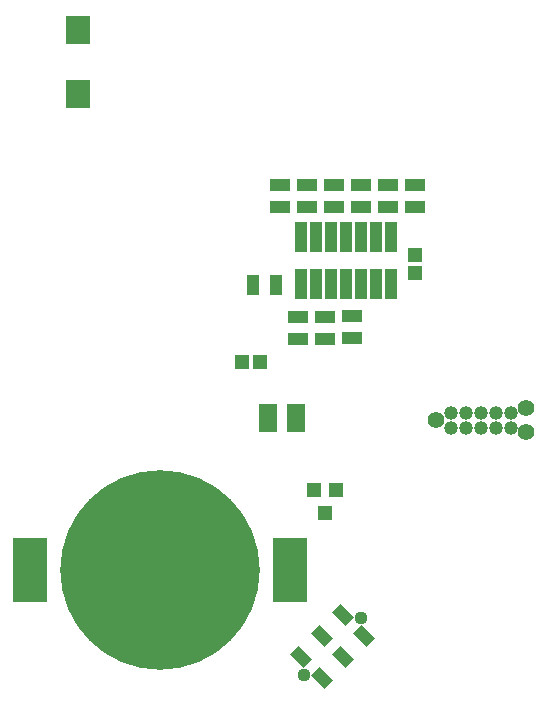
<source format=gbr>
G04 #@! TF.FileFunction,Soldermask,Bot*
%FSLAX46Y46*%
G04 Gerber Fmt 4.6, Leading zero omitted, Abs format (unit mm)*
G04 Created by KiCad (PCBNEW 4.0.5+dfsg1-4) date Sun Sep 22 01:55:02 2019*
%MOMM*%
%LPD*%
G01*
G04 APERTURE LIST*
%ADD10C,0.100000*%
%ADD11C,1.390600*%
%ADD12C,1.187400*%
%ADD13R,1.200000X1.150000*%
%ADD14R,1.150000X1.200000*%
%ADD15R,1.540460X2.429460*%
%ADD16R,1.200000X1.300000*%
%ADD17R,1.700000X1.100000*%
%ADD18R,1.000000X2.600000*%
%ADD19R,1.100000X1.700000*%
%ADD20R,2.000000X2.400000*%
%ADD21C,1.120000*%
%ADD22R,2.900000X5.500000*%
%ADD23C,16.900000*%
G04 APERTURE END LIST*
D10*
D11*
X167414000Y-116170000D03*
X167414000Y-114138000D03*
X159794000Y-115154000D03*
D12*
X161064000Y-114519000D03*
X162334000Y-114519000D03*
X163604000Y-114519000D03*
X164874000Y-114519000D03*
X166144000Y-114519000D03*
X166144000Y-115789000D03*
X164874000Y-115789000D03*
X163604000Y-115789000D03*
X162334000Y-115789000D03*
X161064000Y-115789000D03*
D13*
X144870000Y-110210000D03*
X143370000Y-110210000D03*
D14*
X158016000Y-102696000D03*
X158016000Y-101196000D03*
D15*
X147940000Y-114930000D03*
X145532080Y-114930000D03*
D16*
X149420000Y-121040000D03*
X151320000Y-121040000D03*
X150370000Y-123040000D03*
D17*
X158016000Y-95220000D03*
X158016000Y-97120000D03*
X155730000Y-95220000D03*
X155730000Y-97120000D03*
X153444000Y-95220000D03*
X153444000Y-97120000D03*
X151158000Y-95219999D03*
X151158000Y-97119999D03*
X148872000Y-95219999D03*
X148872000Y-97119999D03*
X146586000Y-95220000D03*
X146586000Y-97120000D03*
X148110000Y-108296000D03*
X148110000Y-106396000D03*
X150396000Y-108296001D03*
X150396000Y-106396001D03*
X152682000Y-106330000D03*
X152682000Y-108230000D03*
D18*
X155984000Y-99660000D03*
X155984000Y-103660000D03*
X154714000Y-99660000D03*
X154714000Y-103660000D03*
X153444000Y-99660000D03*
X153444000Y-103660000D03*
X152174000Y-99660000D03*
X152174000Y-103660000D03*
X150904000Y-99660000D03*
X150904000Y-103660000D03*
X149634000Y-99660000D03*
X149634000Y-103660000D03*
X148364000Y-99660000D03*
X148364000Y-103660000D03*
D19*
X146230000Y-103670000D03*
X144330000Y-103670000D03*
D20*
X129450000Y-82150000D03*
X129450000Y-87550000D03*
D10*
G36*
X151691751Y-130704969D02*
X152837264Y-131850482D01*
X152116015Y-132571731D01*
X150970502Y-131426218D01*
X151691751Y-130704969D01*
X151691751Y-130704969D01*
G37*
G36*
X149923985Y-132472736D02*
X151069498Y-133618249D01*
X150348249Y-134339498D01*
X149202736Y-133193985D01*
X149923985Y-132472736D01*
X149923985Y-132472736D01*
G37*
G36*
X148156218Y-134240502D02*
X149301731Y-135386015D01*
X148580482Y-136107264D01*
X147434969Y-134961751D01*
X148156218Y-134240502D01*
X148156218Y-134240502D01*
G37*
G36*
X149923985Y-136008269D02*
X151069498Y-137153782D01*
X150348249Y-137875031D01*
X149202736Y-136729518D01*
X149923985Y-136008269D01*
X149923985Y-136008269D01*
G37*
G36*
X151691751Y-134240502D02*
X152837264Y-135386015D01*
X152116015Y-136107264D01*
X150970502Y-134961751D01*
X151691751Y-134240502D01*
X151691751Y-134240502D01*
G37*
G36*
X153459518Y-132472736D02*
X154605031Y-133618249D01*
X153883782Y-134339498D01*
X152738269Y-133193985D01*
X153459518Y-132472736D01*
X153459518Y-132472736D01*
G37*
D21*
X148615837Y-136694163D03*
X153424163Y-131885837D03*
D22*
X125426000Y-127854001D03*
X147426000Y-127854001D03*
D23*
X136426000Y-127854001D03*
M02*

</source>
